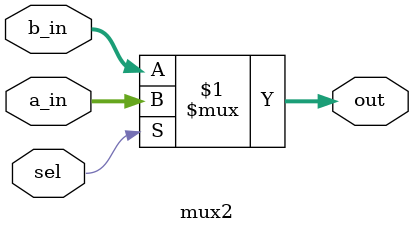
<source format=sv>
`timescale 1ns / 1ps


module mux2 #( parameter WIDTH = 16)
	(
    input [WIDTH-1:0] a_in,
    input [WIDTH-1:0] b_in,
    input sel,
    output [WIDTH-1:0] out
    );
	
	assign out = sel ? a_in : b_in;
	
endmodule
</source>
